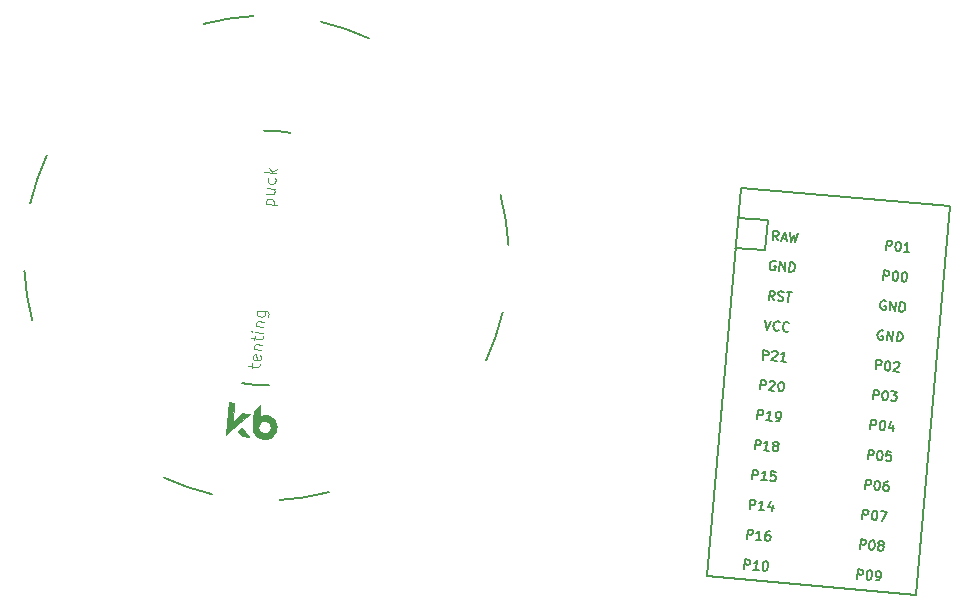
<source format=gbr>
%TF.GenerationSoftware,KiCad,Pcbnew,(5.1.10)-1*%
%TF.CreationDate,2021-08-06T22:16:46+02:00*%
%TF.ProjectId,architeuthis_dux,61726368-6974-4657-9574-6869735f6475,VERSION_HERE*%
%TF.SameCoordinates,Original*%
%TF.FileFunction,Legend,Top*%
%TF.FilePolarity,Positive*%
%FSLAX46Y46*%
G04 Gerber Fmt 4.6, Leading zero omitted, Abs format (unit mm)*
G04 Created by KiCad (PCBNEW (5.1.10)-1) date 2021-08-06 22:16:46*
%MOMM*%
%LPD*%
G01*
G04 APERTURE LIST*
%ADD10C,0.010000*%
%ADD11C,0.200000*%
%ADD12C,0.150000*%
%ADD13C,0.100000*%
G04 APERTURE END LIST*
D10*
%TO.C,REF\u002A\u002A*%
G36*
X56847616Y24101219D02*
G01*
X56838723Y23997359D01*
X56830778Y23900940D01*
X56823952Y23814319D01*
X56818417Y23739856D01*
X56814346Y23679908D01*
X56811910Y23636833D01*
X56811278Y23612991D01*
X56811832Y23608897D01*
X56824766Y23614103D01*
X56850941Y23628219D01*
X56876483Y23643252D01*
X56996907Y23703708D01*
X57122938Y23741974D01*
X57255237Y23758181D01*
X57394469Y23752462D01*
X57412155Y23750244D01*
X57500878Y23735905D01*
X57576030Y23717347D01*
X57645710Y23691685D01*
X57718016Y23656030D01*
X57784756Y23617427D01*
X57905640Y23531271D01*
X58010114Y23429799D01*
X58097315Y23314772D01*
X58166382Y23187945D01*
X58216453Y23051075D01*
X58246669Y22905920D01*
X58256166Y22754237D01*
X58251898Y22664597D01*
X58228357Y22513597D01*
X58184521Y22372315D01*
X58119443Y22238241D01*
X58053087Y22136719D01*
X57957217Y22024354D01*
X57846853Y21928760D01*
X57724261Y21850826D01*
X57591705Y21791439D01*
X57451454Y21751488D01*
X57305769Y21731858D01*
X57156920Y21733438D01*
X57057446Y21746641D01*
X56915557Y21784030D01*
X56779557Y21842381D01*
X56652641Y21919715D01*
X56538008Y22014062D01*
X56438852Y22123447D01*
X56431288Y22133309D01*
X56359541Y22244104D01*
X56300414Y22367910D01*
X56256428Y22498103D01*
X56230101Y22628052D01*
X56225314Y22675098D01*
X56225185Y22703613D01*
X56227213Y22753698D01*
X56230137Y22803969D01*
X56724586Y22760710D01*
X56726616Y22662611D01*
X56748738Y22566297D01*
X56772564Y22509861D01*
X56831549Y22416080D01*
X56904550Y22338546D01*
X56989067Y22278458D01*
X57082597Y22237017D01*
X57182636Y22215421D01*
X57286685Y22214872D01*
X57360916Y22227739D01*
X57405151Y22240017D01*
X57447414Y22253745D01*
X57464197Y22260083D01*
X57512013Y22287022D01*
X57565174Y22328741D01*
X57617882Y22379798D01*
X57664333Y22434752D01*
X57689080Y22471061D01*
X57713040Y22513380D01*
X57729002Y22550739D01*
X57740017Y22592228D01*
X57749139Y22646945D01*
X57749881Y22652190D01*
X57755872Y22759320D01*
X57741635Y22858832D01*
X57706292Y22955704D01*
X57691076Y22985673D01*
X57633569Y23068906D01*
X57560471Y23137709D01*
X57475141Y23190844D01*
X57380941Y23227070D01*
X57281233Y23245149D01*
X57179379Y23243839D01*
X57078738Y23221902D01*
X57064241Y23216860D01*
X56972009Y23171778D01*
X56892355Y23110272D01*
X56826534Y23035378D01*
X56775798Y22950129D01*
X56741397Y22857561D01*
X56724586Y22760710D01*
X56230137Y22803969D01*
X56231298Y22823947D01*
X56237339Y22912948D01*
X56245235Y23019293D01*
X56254885Y23141574D01*
X56266188Y23278381D01*
X56279042Y23428305D01*
X56280062Y23439997D01*
X56340263Y24129086D01*
X56890486Y24592922D01*
X56847616Y24101219D01*
G37*
X56847616Y24101219D02*
X56838723Y23997359D01*
X56830778Y23900940D01*
X56823952Y23814319D01*
X56818417Y23739856D01*
X56814346Y23679908D01*
X56811910Y23636833D01*
X56811278Y23612991D01*
X56811832Y23608897D01*
X56824766Y23614103D01*
X56850941Y23628219D01*
X56876483Y23643252D01*
X56996907Y23703708D01*
X57122938Y23741974D01*
X57255237Y23758181D01*
X57394469Y23752462D01*
X57412155Y23750244D01*
X57500878Y23735905D01*
X57576030Y23717347D01*
X57645710Y23691685D01*
X57718016Y23656030D01*
X57784756Y23617427D01*
X57905640Y23531271D01*
X58010114Y23429799D01*
X58097315Y23314772D01*
X58166382Y23187945D01*
X58216453Y23051075D01*
X58246669Y22905920D01*
X58256166Y22754237D01*
X58251898Y22664597D01*
X58228357Y22513597D01*
X58184521Y22372315D01*
X58119443Y22238241D01*
X58053087Y22136719D01*
X57957217Y22024354D01*
X57846853Y21928760D01*
X57724261Y21850826D01*
X57591705Y21791439D01*
X57451454Y21751488D01*
X57305769Y21731858D01*
X57156920Y21733438D01*
X57057446Y21746641D01*
X56915557Y21784030D01*
X56779557Y21842381D01*
X56652641Y21919715D01*
X56538008Y22014062D01*
X56438852Y22123447D01*
X56431288Y22133309D01*
X56359541Y22244104D01*
X56300414Y22367910D01*
X56256428Y22498103D01*
X56230101Y22628052D01*
X56225314Y22675098D01*
X56225185Y22703613D01*
X56227213Y22753698D01*
X56230137Y22803969D01*
X56724586Y22760710D01*
X56726616Y22662611D01*
X56748738Y22566297D01*
X56772564Y22509861D01*
X56831549Y22416080D01*
X56904550Y22338546D01*
X56989067Y22278458D01*
X57082597Y22237017D01*
X57182636Y22215421D01*
X57286685Y22214872D01*
X57360916Y22227739D01*
X57405151Y22240017D01*
X57447414Y22253745D01*
X57464197Y22260083D01*
X57512013Y22287022D01*
X57565174Y22328741D01*
X57617882Y22379798D01*
X57664333Y22434752D01*
X57689080Y22471061D01*
X57713040Y22513380D01*
X57729002Y22550739D01*
X57740017Y22592228D01*
X57749139Y22646945D01*
X57749881Y22652190D01*
X57755872Y22759320D01*
X57741635Y22858832D01*
X57706292Y22955704D01*
X57691076Y22985673D01*
X57633569Y23068906D01*
X57560471Y23137709D01*
X57475141Y23190844D01*
X57380941Y23227070D01*
X57281233Y23245149D01*
X57179379Y23243839D01*
X57078738Y23221902D01*
X57064241Y23216860D01*
X56972009Y23171778D01*
X56892355Y23110272D01*
X56826534Y23035378D01*
X56775798Y22950129D01*
X56741397Y22857561D01*
X56724586Y22760710D01*
X56230137Y22803969D01*
X56231298Y22823947D01*
X56237339Y22912948D01*
X56245235Y23019293D01*
X56254885Y23141574D01*
X56266188Y23278381D01*
X56279042Y23428305D01*
X56280062Y23439997D01*
X56340263Y24129086D01*
X56890486Y24592922D01*
X56847616Y24101219D01*
G36*
X55320398Y22688200D02*
G01*
X55341022Y22663446D01*
X55372273Y22625045D01*
X55412357Y22575270D01*
X55459471Y22516393D01*
X55511823Y22450687D01*
X55567610Y22380422D01*
X55625039Y22307871D01*
X55682307Y22235305D01*
X55737620Y22164998D01*
X55789179Y22099219D01*
X55835186Y22040242D01*
X55873843Y21990338D01*
X55903353Y21951779D01*
X55921918Y21926837D01*
X55923968Y21923957D01*
X55949230Y21887983D01*
X55331575Y21942021D01*
X55174230Y22132528D01*
X55125464Y22191747D01*
X55079862Y22247446D01*
X55040150Y22296273D01*
X55009050Y22334877D01*
X54989288Y22359903D01*
X54986428Y22363659D01*
X54955970Y22404283D01*
X55130455Y22550978D01*
X55184289Y22595912D01*
X55232120Y22635218D01*
X55271155Y22666648D01*
X55298599Y22687957D01*
X55311657Y22696901D01*
X55312202Y22697037D01*
X55320398Y22688200D01*
G37*
X55320398Y22688200D02*
X55341022Y22663446D01*
X55372273Y22625045D01*
X55412357Y22575270D01*
X55459471Y22516393D01*
X55511823Y22450687D01*
X55567610Y22380422D01*
X55625039Y22307871D01*
X55682307Y22235305D01*
X55737620Y22164998D01*
X55789179Y22099219D01*
X55835186Y22040242D01*
X55873843Y21990338D01*
X55903353Y21951779D01*
X55921918Y21926837D01*
X55923968Y21923957D01*
X55949230Y21887983D01*
X55331575Y21942021D01*
X55174230Y22132528D01*
X55125464Y22191747D01*
X55079862Y22247446D01*
X55040150Y22296273D01*
X55009050Y22334877D01*
X54989288Y22359903D01*
X54986428Y22363659D01*
X54955970Y22404283D01*
X55130455Y22550978D01*
X55184289Y22595912D01*
X55232120Y22635218D01*
X55271155Y22666648D01*
X55298599Y22687957D01*
X55311657Y22696901D01*
X55312202Y22697037D01*
X55320398Y22688200D01*
G36*
X54552120Y23163500D02*
G01*
X55421970Y23893164D01*
X55708971Y23864949D01*
X55995972Y23836735D01*
X55077006Y23053711D01*
X54949096Y22944722D01*
X54824575Y22838621D01*
X54704768Y22736535D01*
X54590994Y22639589D01*
X54484573Y22548908D01*
X54386827Y22465617D01*
X54299077Y22390844D01*
X54222643Y22325713D01*
X54158846Y22271348D01*
X54109008Y22228876D01*
X54074448Y22199423D01*
X54059500Y22186681D01*
X53960959Y22102674D01*
X54199929Y24834110D01*
X54694494Y24790842D01*
X54552120Y23163500D01*
G37*
X54552120Y23163500D02*
X55421970Y23893164D01*
X55708971Y23864949D01*
X55995972Y23836735D01*
X55077006Y23053711D01*
X54949096Y22944722D01*
X54824575Y22838621D01*
X54704768Y22736535D01*
X54590994Y22639589D01*
X54484573Y22548908D01*
X54386827Y22465617D01*
X54299077Y22390844D01*
X54222643Y22325713D01*
X54158846Y22271348D01*
X54109008Y22228876D01*
X54074448Y22199423D01*
X54059500Y22186681D01*
X53960959Y22102674D01*
X54199929Y24834110D01*
X54694494Y24790842D01*
X54552120Y23163500D01*
D11*
X59459783Y47646665D02*
G75*
G03*
X58340846Y47803922I-2059783J-10596665D01*
G01*
X57211601Y47843356D02*
G75*
G02*
X58340846Y47803922I188399J-10793356D01*
G01*
X57588399Y26256644D02*
G75*
G02*
X56459154Y26296078I-188399J10793356D01*
G01*
X55340217Y26453335D02*
G75*
G03*
X56459154Y26296078I2059783J10596665D01*
G01*
X38798046Y45712278D02*
G75*
G03*
X37406371Y41667631I18601954J-8662278D01*
G01*
X37576463Y31749517D02*
G75*
G02*
X36908276Y35974378I19823537J5300483D01*
G01*
X76001954Y28387724D02*
G75*
G03*
X77393629Y32432369I-18601954J8662276D01*
G01*
X77223538Y42350480D02*
G75*
G02*
X77891724Y38125622I-19823538J-5300480D01*
G01*
X48737724Y18448046D02*
G75*
G03*
X52782369Y17056371I8662276J18601954D01*
G01*
X62700483Y17226463D02*
G75*
G02*
X58475622Y16558276I-5300483J19823537D01*
G01*
X52099517Y56873537D02*
G75*
G02*
X56324378Y57541724I5300483J-19823537D01*
G01*
X66062277Y55651954D02*
G75*
G03*
X62017631Y57043629I-8662277J-18601954D01*
G01*
D12*
%TO.C,C1*%
X99642577Y37713364D02*
X97112242Y37934739D01*
X99863952Y40243698D02*
X97333618Y40465074D01*
X99863952Y40243698D02*
X99642577Y37713364D01*
X115267335Y41445779D02*
X97554993Y42995408D01*
X112389452Y8551430D02*
X115267335Y41445779D01*
X94677111Y10101059D02*
X112389452Y8551430D01*
X97554993Y42995408D02*
X94677111Y10101059D01*
%TO.C,REF\u002A\u002A*%
D13*
X57328530Y41606066D02*
X58324724Y41518910D01*
X57375967Y41601915D02*
X57336830Y41700941D01*
X57353431Y41890693D01*
X57409170Y41981418D01*
X57460758Y42024706D01*
X57559784Y42063843D01*
X57844411Y42038941D01*
X57935136Y41983203D01*
X57978424Y41931615D01*
X58017561Y41832589D01*
X58000960Y41642838D01*
X57945222Y41552112D01*
X57444737Y42934325D02*
X58108867Y42876221D01*
X57407385Y42507385D02*
X57929201Y42461732D01*
X58028227Y42500869D01*
X58083965Y42591594D01*
X58096416Y42733908D01*
X58057279Y42832934D01*
X58013991Y42884522D01*
X58140284Y43781691D02*
X58179422Y43682665D01*
X58162821Y43492913D01*
X58107082Y43402188D01*
X58055494Y43358900D01*
X57956468Y43319763D01*
X57671841Y43344665D01*
X57581116Y43400403D01*
X57537828Y43451991D01*
X57498691Y43551017D01*
X57515292Y43740769D01*
X57571030Y43831494D01*
X58225075Y44204481D02*
X57228880Y44291637D01*
X57853873Y44332559D02*
X58258277Y44583984D01*
X57594147Y44642088D02*
X57940448Y44229383D01*
X56181151Y27762889D02*
X56214353Y28142392D01*
X55861537Y27934254D02*
X56715418Y27859550D01*
X56814444Y27898687D01*
X56870182Y27989412D01*
X56878483Y28084288D01*
X56893299Y28800006D02*
X56932436Y28700980D01*
X56915835Y28511228D01*
X56860097Y28420503D01*
X56761071Y28381366D01*
X56381568Y28414568D01*
X56290843Y28470306D01*
X56251705Y28569332D01*
X56268307Y28759084D01*
X56324045Y28849809D01*
X56423071Y28888946D01*
X56517947Y28880646D01*
X56571320Y28397967D01*
X56318110Y29328338D02*
X56982240Y29270234D01*
X56412986Y29320037D02*
X56369698Y29371625D01*
X56330561Y29470651D01*
X56343012Y29612965D01*
X56398750Y29703690D01*
X56497776Y29742828D01*
X57019592Y29697175D01*
X56384514Y30087343D02*
X56417716Y30466846D01*
X56064900Y30258709D02*
X56918781Y30184004D01*
X57017807Y30223141D01*
X57073546Y30313867D01*
X57081846Y30408742D01*
X57110898Y30740807D02*
X56446768Y30798911D01*
X56114703Y30827963D02*
X56157991Y30776375D01*
X56209579Y30819662D01*
X56166292Y30871250D01*
X56114703Y30827963D01*
X56209579Y30819662D01*
X56488271Y31273289D02*
X57152401Y31215186D01*
X56583147Y31264989D02*
X56539859Y31316577D01*
X56500722Y31415603D01*
X56513173Y31557916D01*
X56568911Y31648642D01*
X56667937Y31687779D01*
X57189753Y31642126D01*
X56604479Y32601549D02*
X57410922Y32530994D01*
X57501647Y32475256D01*
X57544935Y32423668D01*
X57584072Y32324642D01*
X57571622Y32182328D01*
X57515883Y32091603D01*
X57221171Y32547595D02*
X57260308Y32448569D01*
X57243707Y32258818D01*
X57187969Y32168093D01*
X57136380Y32124805D01*
X57037354Y32085668D01*
X56752727Y32110569D01*
X56662002Y32166308D01*
X56618714Y32217896D01*
X56579577Y32316922D01*
X56596178Y32506673D01*
X56651917Y32597399D01*
%TO.C,C1*%
D12*
X100715544Y38531054D02*
X100483095Y38933798D01*
X100260141Y38570897D02*
X100329866Y39367852D01*
X100633468Y39341291D01*
X100706048Y39296700D01*
X100740678Y39255429D01*
X100771988Y39176209D01*
X100762028Y39062358D01*
X100717437Y38989778D01*
X100676166Y38955148D01*
X100596946Y38923838D01*
X100293343Y38950399D01*
X101039068Y38732194D02*
X101418571Y38698992D01*
X100943246Y38511133D02*
X101278623Y39284847D01*
X101474550Y38464650D01*
X101734026Y39245004D02*
X101854053Y38431448D01*
X102055657Y38987421D01*
X102157655Y38404886D01*
X102417131Y39185240D01*
X100503648Y36764706D02*
X100431068Y36809297D01*
X100317217Y36819257D01*
X100200046Y36791268D01*
X100117505Y36722008D01*
X100072915Y36649427D01*
X100021683Y36500946D01*
X100011723Y36387095D01*
X100036392Y36231974D01*
X100067702Y36152753D01*
X100136962Y36070212D01*
X100247493Y36022301D01*
X100323393Y36015661D01*
X100440564Y36043651D01*
X100481835Y36078281D01*
X100505076Y36343933D01*
X100353275Y36357214D01*
X100816747Y35972498D02*
X100886471Y36769454D01*
X101272150Y35932656D01*
X101341875Y36729611D01*
X101651653Y35899453D02*
X101721377Y36696409D01*
X101911129Y36679808D01*
X102021659Y36631897D01*
X102090919Y36549356D01*
X102122229Y36470135D01*
X102146899Y36315014D01*
X102136938Y36201163D01*
X102085707Y36052682D01*
X102041116Y35980102D01*
X101958575Y35910842D01*
X101841404Y35882852D01*
X101651653Y35899453D01*
X100386644Y33460424D02*
X100154195Y33863169D01*
X99931241Y33500267D02*
X100000966Y34297223D01*
X100304568Y34270661D01*
X100377148Y34226070D01*
X100411778Y34184800D01*
X100443088Y34105579D01*
X100433127Y33991728D01*
X100388537Y33919148D01*
X100347266Y33884518D01*
X100268045Y33853208D01*
X99964443Y33879770D01*
X100693567Y33471813D02*
X100804097Y33423902D01*
X100993849Y33407301D01*
X101073069Y33438611D01*
X101114340Y33473241D01*
X101158931Y33545821D01*
X101165571Y33621722D01*
X101134261Y33700942D01*
X101099631Y33742213D01*
X101027051Y33786804D01*
X100878570Y33838035D01*
X100805990Y33882626D01*
X100771360Y33923896D01*
X100740050Y34003117D01*
X100746690Y34079017D01*
X100791281Y34151598D01*
X100832551Y34186228D01*
X100911772Y34217538D01*
X101101524Y34200936D01*
X101212054Y34153026D01*
X101443076Y34171054D02*
X101898479Y34131212D01*
X101601053Y33354177D02*
X101670778Y34151133D01*
X99608813Y31781830D02*
X99804741Y30961632D01*
X100140117Y31735347D01*
X100798088Y30951207D02*
X100756818Y30916577D01*
X100639647Y30888588D01*
X100563746Y30895228D01*
X100453216Y30943139D01*
X100383955Y31025680D01*
X100352646Y31104901D01*
X100327976Y31260022D01*
X100337937Y31373873D01*
X100389168Y31522354D01*
X100433759Y31594934D01*
X100516300Y31664194D01*
X100633471Y31692184D01*
X100709371Y31685543D01*
X100819902Y31637633D01*
X100854532Y31596362D01*
X101595044Y30881483D02*
X101553773Y30846853D01*
X101436602Y30818863D01*
X101360702Y30825504D01*
X101250171Y30873414D01*
X101180911Y30955955D01*
X101149601Y31035176D01*
X101124932Y31190298D01*
X101134893Y31304148D01*
X101186124Y31452629D01*
X101230714Y31525210D01*
X101313255Y31594470D01*
X101430427Y31622459D01*
X101506327Y31615819D01*
X101616858Y31567908D01*
X101651488Y31526637D01*
X99412589Y28446238D02*
X99482314Y29243194D01*
X99785916Y29216632D01*
X99858497Y29172042D01*
X99893127Y29130771D01*
X99924436Y29051551D01*
X99914476Y28937700D01*
X99869885Y28865119D01*
X99828615Y28830489D01*
X99749394Y28799179D01*
X99445792Y28825741D01*
X100234679Y29100889D02*
X100275950Y29135519D01*
X100355170Y29166829D01*
X100544922Y29150228D01*
X100617502Y29105637D01*
X100652132Y29064367D01*
X100683442Y28985146D01*
X100676801Y28909246D01*
X100628891Y28798715D01*
X100133645Y28383154D01*
X100626998Y28339991D01*
X101386004Y28273587D02*
X100930600Y28313430D01*
X101158302Y28293508D02*
X101228027Y29090464D01*
X101142165Y28983254D01*
X101059624Y28913994D01*
X100980404Y28882684D01*
X99191213Y25915904D02*
X99260938Y26712860D01*
X99564540Y26686298D01*
X99637121Y26641708D01*
X99671751Y26600437D01*
X99703060Y26521217D01*
X99693100Y26407366D01*
X99648509Y26334785D01*
X99607239Y26300155D01*
X99528018Y26268845D01*
X99224416Y26295407D01*
X100013303Y26570555D02*
X100054574Y26605185D01*
X100133794Y26636495D01*
X100323546Y26619894D01*
X100396126Y26575303D01*
X100430756Y26534033D01*
X100462066Y26454812D01*
X100455425Y26378912D01*
X100407515Y26268381D01*
X99912269Y25852820D01*
X100405622Y25809657D01*
X100968700Y26563450D02*
X101044601Y26556810D01*
X101117181Y26512219D01*
X101151811Y26470949D01*
X101183121Y26391728D01*
X101207791Y26236607D01*
X101191189Y26046855D01*
X101139958Y25898374D01*
X101095368Y25825794D01*
X101054097Y25791164D01*
X100974876Y25759854D01*
X100898976Y25766495D01*
X100826395Y25811085D01*
X100791765Y25852356D01*
X100760456Y25931577D01*
X100735786Y26086698D01*
X100752387Y26276449D01*
X100803618Y26424930D01*
X100848209Y26497510D01*
X100889480Y26532141D01*
X100968700Y26563450D01*
X98969838Y23385569D02*
X99039563Y24182525D01*
X99343165Y24155963D01*
X99415746Y24111373D01*
X99450376Y24070102D01*
X99481685Y23990882D01*
X99471725Y23877031D01*
X99427134Y23804450D01*
X99385864Y23769820D01*
X99306643Y23738510D01*
X99003041Y23765072D01*
X100184247Y23279322D02*
X99728844Y23319165D01*
X99956546Y23299244D02*
X100026270Y24096200D01*
X99940409Y23988989D01*
X99857868Y23919729D01*
X99778647Y23888419D01*
X100563750Y23246120D02*
X100715551Y23232839D01*
X100794772Y23264149D01*
X100836042Y23298779D01*
X100921904Y23405990D01*
X100973135Y23554471D01*
X100999696Y23858073D01*
X100968387Y23937294D01*
X100933757Y23978564D01*
X100861176Y24023155D01*
X100709375Y24036436D01*
X100630154Y24005126D01*
X100588884Y23970496D01*
X100544293Y23897915D01*
X100527692Y23708164D01*
X100559002Y23628943D01*
X100593632Y23587673D01*
X100666212Y23543082D01*
X100818013Y23529801D01*
X100897234Y23561111D01*
X100938505Y23595741D01*
X100983095Y23668321D01*
X98748462Y20855235D02*
X98818187Y21652191D01*
X99121789Y21625629D01*
X99194370Y21581039D01*
X99229000Y21539768D01*
X99260309Y21460548D01*
X99250349Y21346697D01*
X99205758Y21274116D01*
X99164488Y21239486D01*
X99085267Y21208176D01*
X98781665Y21234738D01*
X99962871Y20748988D02*
X99507468Y20788831D01*
X99735170Y20768910D02*
X99804894Y21565866D01*
X99719033Y21458655D01*
X99636492Y21389395D01*
X99557271Y21358085D01*
X100458117Y21164549D02*
X100385537Y21209140D01*
X100350907Y21250410D01*
X100319597Y21329631D01*
X100322917Y21367581D01*
X100367508Y21440162D01*
X100408778Y21474792D01*
X100487999Y21506102D01*
X100639800Y21492821D01*
X100712381Y21448230D01*
X100747011Y21406960D01*
X100778320Y21327739D01*
X100775000Y21289788D01*
X100730409Y21217208D01*
X100689139Y21182578D01*
X100609918Y21151268D01*
X100458117Y21164549D01*
X100378896Y21133239D01*
X100337626Y21098609D01*
X100293035Y21026029D01*
X100279754Y20874228D01*
X100311064Y20795007D01*
X100345694Y20753737D01*
X100418274Y20709146D01*
X100570076Y20695865D01*
X100649296Y20727175D01*
X100690567Y20761805D01*
X100735158Y20834385D01*
X100748438Y20986186D01*
X100717129Y21065407D01*
X100682499Y21106678D01*
X100609918Y21151268D01*
X98527086Y18324900D02*
X98596811Y19121856D01*
X98900413Y19095294D01*
X98972994Y19050704D01*
X99007624Y19009433D01*
X99038933Y18930213D01*
X99028973Y18816362D01*
X98984382Y18743781D01*
X98943112Y18709151D01*
X98863891Y18677841D01*
X98560289Y18704403D01*
X99741495Y18218653D02*
X99286092Y18258496D01*
X99513794Y18238575D02*
X99583518Y19035531D01*
X99497657Y18928320D01*
X99415116Y18859060D01*
X99335895Y18827750D01*
X100532275Y18952525D02*
X100152772Y18985727D01*
X100081620Y18609545D01*
X100122890Y18644175D01*
X100202111Y18675485D01*
X100391862Y18658884D01*
X100464443Y18614293D01*
X100499073Y18573022D01*
X100530383Y18493802D01*
X100513782Y18304050D01*
X100469191Y18231470D01*
X100427920Y18196840D01*
X100348700Y18165530D01*
X100158948Y18182131D01*
X100086368Y18226722D01*
X100051738Y18267992D01*
X98305711Y15794566D02*
X98375436Y16591522D01*
X98679038Y16564960D01*
X98751619Y16520370D01*
X98786249Y16479099D01*
X98817558Y16399879D01*
X98807598Y16286028D01*
X98763007Y16213447D01*
X98721737Y16178817D01*
X98642516Y16147507D01*
X98338914Y16174069D01*
X99520120Y15688319D02*
X99064717Y15728162D01*
X99292419Y15708241D02*
X99362143Y16505197D01*
X99276282Y16397986D01*
X99193741Y16328726D01*
X99114520Y16297416D01*
X100249708Y16159859D02*
X100203225Y15628556D01*
X100086519Y16480063D02*
X99846964Y15927410D01*
X100340317Y15884247D01*
X98084335Y13264231D02*
X98154060Y14061187D01*
X98457662Y14034625D01*
X98530243Y13990035D01*
X98564873Y13948764D01*
X98596182Y13869544D01*
X98586222Y13755693D01*
X98541631Y13683112D01*
X98500361Y13648482D01*
X98421140Y13617172D01*
X98117538Y13643734D01*
X99298744Y13157984D02*
X98843341Y13197827D01*
X99071043Y13177906D02*
X99140767Y13974862D01*
X99054906Y13867651D01*
X98972365Y13798391D01*
X98893144Y13767081D01*
X100051574Y13895176D02*
X99899773Y13908457D01*
X99820552Y13877147D01*
X99779281Y13842517D01*
X99693420Y13735307D01*
X99642189Y13586826D01*
X99615627Y13283224D01*
X99646937Y13204003D01*
X99681567Y13162733D01*
X99754147Y13118142D01*
X99905949Y13104861D01*
X99985169Y13136171D01*
X100026440Y13170801D01*
X100071031Y13243381D01*
X100087632Y13433133D01*
X100056322Y13512353D01*
X100021692Y13553624D01*
X99949111Y13598215D01*
X99797310Y13611495D01*
X99718090Y13580186D01*
X99676819Y13545556D01*
X99632228Y13472975D01*
X97862960Y10733897D02*
X97932685Y11530853D01*
X98236287Y11504291D01*
X98308868Y11459701D01*
X98343498Y11418430D01*
X98374807Y11339210D01*
X98364847Y11225359D01*
X98320256Y11152778D01*
X98278986Y11118148D01*
X98199765Y11086838D01*
X97896163Y11113400D01*
X99077369Y10627650D02*
X98621966Y10667493D01*
X98849668Y10647572D02*
X98919392Y11444528D01*
X98833531Y11337317D01*
X98750990Y11268057D01*
X98671769Y11236747D01*
X99640447Y11381443D02*
X99716348Y11374803D01*
X99788928Y11330212D01*
X99823558Y11288942D01*
X99854868Y11209721D01*
X99879538Y11054600D01*
X99862936Y10864848D01*
X99811705Y10716367D01*
X99767115Y10643787D01*
X99725844Y10609157D01*
X99646623Y10577847D01*
X99570723Y10584488D01*
X99498142Y10629078D01*
X99463512Y10670349D01*
X99432203Y10749570D01*
X99407533Y10904691D01*
X99424134Y11094442D01*
X99475365Y11242923D01*
X99519956Y11315503D01*
X99561227Y11350134D01*
X99640447Y11381443D01*
X109861560Y37730881D02*
X109931285Y38527837D01*
X110234887Y38501275D01*
X110307468Y38456685D01*
X110342098Y38415414D01*
X110373407Y38336194D01*
X110363447Y38222343D01*
X110318856Y38149762D01*
X110277586Y38115132D01*
X110198365Y38083822D01*
X109894763Y38110384D01*
X110880042Y38444832D02*
X110955942Y38438191D01*
X111028523Y38393601D01*
X111063153Y38352330D01*
X111094463Y38273109D01*
X111119132Y38117988D01*
X111102531Y37928237D01*
X111051300Y37779756D01*
X111006709Y37707175D01*
X110965439Y37672545D01*
X110886218Y37641236D01*
X110810317Y37647876D01*
X110737737Y37692467D01*
X110703107Y37733737D01*
X110671797Y37812958D01*
X110647128Y37968079D01*
X110663729Y38157831D01*
X110714960Y38306312D01*
X110759551Y38378892D01*
X110800821Y38413522D01*
X110880042Y38444832D01*
X111834975Y37558230D02*
X111379571Y37598073D01*
X111607273Y37578151D02*
X111676998Y38375107D01*
X111591136Y38267897D01*
X111508595Y38198637D01*
X111429375Y38167327D01*
X109640185Y35200547D02*
X109709910Y35997503D01*
X110013512Y35970941D01*
X110086093Y35926351D01*
X110120723Y35885080D01*
X110152032Y35805860D01*
X110142072Y35692009D01*
X110097481Y35619428D01*
X110056211Y35584798D01*
X109976990Y35553488D01*
X109673388Y35580050D01*
X110658667Y35914498D02*
X110734567Y35907857D01*
X110807148Y35863267D01*
X110841778Y35821996D01*
X110873088Y35742775D01*
X110897757Y35587654D01*
X110881156Y35397903D01*
X110829925Y35249422D01*
X110785334Y35176841D01*
X110744064Y35142211D01*
X110664843Y35110902D01*
X110588942Y35117542D01*
X110516362Y35162133D01*
X110481732Y35203403D01*
X110450422Y35282624D01*
X110425753Y35437745D01*
X110442354Y35627497D01*
X110493585Y35775978D01*
X110538176Y35848558D01*
X110579446Y35883188D01*
X110658667Y35914498D01*
X111417672Y35848093D02*
X111493573Y35841453D01*
X111566153Y35796862D01*
X111600783Y35755592D01*
X111632093Y35676371D01*
X111656763Y35521250D01*
X111640161Y35331498D01*
X111588930Y35183017D01*
X111544340Y35110437D01*
X111503069Y35075807D01*
X111423848Y35044497D01*
X111347948Y35051138D01*
X111275367Y35095728D01*
X111240737Y35136999D01*
X111209428Y35216220D01*
X111184758Y35371341D01*
X111201359Y35561092D01*
X111252590Y35709573D01*
X111297181Y35782153D01*
X111338452Y35816784D01*
X111417672Y35848093D01*
X109845741Y33397676D02*
X109773161Y33442267D01*
X109659310Y33452227D01*
X109542139Y33424238D01*
X109459598Y33354978D01*
X109415008Y33282397D01*
X109363776Y33133916D01*
X109353816Y33020065D01*
X109378485Y32864944D01*
X109409795Y32785723D01*
X109479055Y32703182D01*
X109589586Y32655271D01*
X109665486Y32648631D01*
X109782657Y32676621D01*
X109823928Y32711251D01*
X109847169Y32976903D01*
X109695368Y32990184D01*
X110158840Y32605468D02*
X110228564Y33402424D01*
X110614243Y32565626D01*
X110683968Y33362581D01*
X110993746Y32532423D02*
X111063470Y33329379D01*
X111253222Y33312778D01*
X111363752Y33264867D01*
X111433012Y33182326D01*
X111464322Y33103105D01*
X111488992Y32947984D01*
X111479031Y32834133D01*
X111427800Y32685652D01*
X111383209Y32613072D01*
X111300668Y32543812D01*
X111183497Y32515822D01*
X110993746Y32532423D01*
X109624366Y30867342D02*
X109551786Y30911933D01*
X109437935Y30921893D01*
X109320764Y30893904D01*
X109238223Y30824644D01*
X109193633Y30752063D01*
X109142401Y30603582D01*
X109132441Y30489731D01*
X109157110Y30334610D01*
X109188420Y30255389D01*
X109257680Y30172848D01*
X109368211Y30124937D01*
X109444111Y30118297D01*
X109561282Y30146287D01*
X109602553Y30180917D01*
X109625794Y30446569D01*
X109473993Y30459850D01*
X109937465Y30075134D02*
X110007189Y30872090D01*
X110392868Y30035292D01*
X110462593Y30832247D01*
X110772371Y30002089D02*
X110842095Y30799045D01*
X111031847Y30782444D01*
X111142377Y30734533D01*
X111211637Y30651992D01*
X111242947Y30572771D01*
X111267617Y30417650D01*
X111257656Y30303799D01*
X111206425Y30155318D01*
X111161834Y30082738D01*
X111079293Y30013478D01*
X110962122Y29985488D01*
X110772371Y30002089D01*
X108976058Y27609543D02*
X109045783Y28406499D01*
X109349385Y28379937D01*
X109421966Y28335347D01*
X109456596Y28294076D01*
X109487905Y28214856D01*
X109477945Y28101005D01*
X109433354Y28028424D01*
X109392084Y27993794D01*
X109312863Y27962484D01*
X109009261Y27989046D01*
X109994540Y28323494D02*
X110070440Y28316853D01*
X110143021Y28272263D01*
X110177651Y28230992D01*
X110208961Y28151771D01*
X110233630Y27996650D01*
X110217029Y27806899D01*
X110165798Y27658418D01*
X110121207Y27585837D01*
X110079937Y27551207D01*
X110000716Y27519898D01*
X109924815Y27526538D01*
X109852235Y27571129D01*
X109817605Y27612399D01*
X109786295Y27691620D01*
X109761626Y27846741D01*
X109778227Y28036493D01*
X109829458Y28184974D01*
X109874049Y28257554D01*
X109915319Y28292184D01*
X109994540Y28323494D01*
X110557154Y28197790D02*
X110598424Y28232420D01*
X110677645Y28263730D01*
X110867396Y28247129D01*
X110939977Y28202538D01*
X110974607Y28161268D01*
X111005916Y28082047D01*
X110999276Y28006146D01*
X110951365Y27895616D01*
X110456119Y27480055D01*
X110949473Y27436892D01*
X108754682Y25079209D02*
X108824407Y25876165D01*
X109128009Y25849603D01*
X109200590Y25805013D01*
X109235220Y25763742D01*
X109266529Y25684522D01*
X109256569Y25570671D01*
X109211978Y25498090D01*
X109170708Y25463460D01*
X109091487Y25432150D01*
X108787885Y25458712D01*
X109773164Y25793160D02*
X109849064Y25786519D01*
X109921645Y25741929D01*
X109956275Y25700658D01*
X109987585Y25621437D01*
X110012254Y25466316D01*
X109995653Y25276565D01*
X109944422Y25128084D01*
X109899831Y25055503D01*
X109858561Y25020873D01*
X109779340Y24989564D01*
X109703439Y24996204D01*
X109630859Y25040795D01*
X109596229Y25082065D01*
X109564919Y25161286D01*
X109540250Y25316407D01*
X109556851Y25506159D01*
X109608082Y25654640D01*
X109652673Y25727220D01*
X109693943Y25761850D01*
X109773164Y25793160D01*
X110304468Y25746677D02*
X110797821Y25703514D01*
X110505608Y25423153D01*
X110619458Y25413193D01*
X110692039Y25368602D01*
X110726669Y25327331D01*
X110757979Y25248111D01*
X110741378Y25058359D01*
X110696787Y24985779D01*
X110655516Y24951149D01*
X110576296Y24919839D01*
X110348594Y24939760D01*
X110276014Y24984351D01*
X110241384Y25025621D01*
X108533307Y22548874D02*
X108603032Y23345830D01*
X108906634Y23319268D01*
X108979215Y23274678D01*
X109013845Y23233407D01*
X109045154Y23154187D01*
X109035194Y23040336D01*
X108990603Y22967755D01*
X108949333Y22933125D01*
X108870112Y22901815D01*
X108566510Y22928377D01*
X109551789Y23262825D02*
X109627689Y23256184D01*
X109700270Y23211594D01*
X109734900Y23170323D01*
X109766210Y23091102D01*
X109790879Y22935981D01*
X109774278Y22746230D01*
X109723047Y22597749D01*
X109678456Y22525168D01*
X109637186Y22490538D01*
X109557965Y22459229D01*
X109482064Y22465869D01*
X109409484Y22510460D01*
X109374854Y22551730D01*
X109343544Y22630951D01*
X109318875Y22786072D01*
X109335476Y22975824D01*
X109386707Y23124305D01*
X109431298Y23196885D01*
X109472568Y23231515D01*
X109551789Y23262825D01*
X110477304Y22914167D02*
X110430821Y22382864D01*
X110314115Y23234371D02*
X110074560Y22681718D01*
X110567913Y22638555D01*
X108311931Y20018540D02*
X108381656Y20815496D01*
X108685258Y20788934D01*
X108757839Y20744344D01*
X108792469Y20703073D01*
X108823778Y20623853D01*
X108813818Y20510002D01*
X108769227Y20437421D01*
X108727957Y20402791D01*
X108648736Y20371481D01*
X108345134Y20398043D01*
X109330413Y20732491D02*
X109406313Y20725850D01*
X109478894Y20681260D01*
X109513524Y20639989D01*
X109544834Y20560768D01*
X109569503Y20405647D01*
X109552902Y20215896D01*
X109501671Y20067415D01*
X109457080Y19994834D01*
X109415810Y19960204D01*
X109336589Y19928895D01*
X109260688Y19935535D01*
X109188108Y19980126D01*
X109153478Y20021396D01*
X109122168Y20100617D01*
X109097499Y20255738D01*
X109114100Y20445490D01*
X109165331Y20593971D01*
X109209922Y20666551D01*
X109251192Y20701181D01*
X109330413Y20732491D01*
X110317120Y20646165D02*
X109937617Y20679367D01*
X109866465Y20303185D01*
X109907735Y20337815D01*
X109986956Y20369125D01*
X110176707Y20352524D01*
X110249288Y20307933D01*
X110283918Y20266662D01*
X110315228Y20187442D01*
X110298627Y19997690D01*
X110254036Y19925110D01*
X110212765Y19890480D01*
X110133545Y19859170D01*
X109943793Y19875771D01*
X109871213Y19920362D01*
X109836583Y19961632D01*
X108090556Y17488205D02*
X108160281Y18285161D01*
X108463883Y18258599D01*
X108536464Y18214009D01*
X108571094Y18172738D01*
X108602403Y18093518D01*
X108592443Y17979667D01*
X108547852Y17907086D01*
X108506582Y17872456D01*
X108427361Y17841146D01*
X108123759Y17867708D01*
X109109038Y18202156D02*
X109184938Y18195515D01*
X109257519Y18150925D01*
X109292149Y18109654D01*
X109323459Y18030433D01*
X109348128Y17875312D01*
X109331527Y17685561D01*
X109280296Y17537080D01*
X109235705Y17464499D01*
X109194435Y17429869D01*
X109115214Y17398560D01*
X109039313Y17405200D01*
X108966733Y17449791D01*
X108932103Y17491061D01*
X108900793Y17570282D01*
X108876124Y17725403D01*
X108892725Y17915155D01*
X108943956Y18063636D01*
X108988547Y18136216D01*
X109029817Y18170846D01*
X109109038Y18202156D01*
X110057795Y18119150D02*
X109905994Y18132431D01*
X109826773Y18101121D01*
X109785502Y18066491D01*
X109699641Y17959281D01*
X109648410Y17810800D01*
X109621848Y17507198D01*
X109653158Y17427977D01*
X109687788Y17386707D01*
X109760368Y17342116D01*
X109912170Y17328835D01*
X109991390Y17360145D01*
X110032661Y17394775D01*
X110077252Y17467355D01*
X110093853Y17657107D01*
X110062543Y17736327D01*
X110027913Y17777598D01*
X109955332Y17822189D01*
X109803531Y17835469D01*
X109724311Y17804160D01*
X109683040Y17769530D01*
X109638449Y17696949D01*
X107869180Y14957871D02*
X107938905Y15754827D01*
X108242507Y15728265D01*
X108315088Y15683675D01*
X108349718Y15642404D01*
X108381027Y15563184D01*
X108371067Y15449333D01*
X108326476Y15376752D01*
X108285206Y15342122D01*
X108205985Y15310812D01*
X107902383Y15337374D01*
X108887662Y15671822D02*
X108963562Y15665181D01*
X109036143Y15620591D01*
X109070773Y15579320D01*
X109102083Y15500099D01*
X109126752Y15344978D01*
X109110151Y15155227D01*
X109058920Y15006746D01*
X109014329Y14934165D01*
X108973059Y14899535D01*
X108893838Y14868226D01*
X108817937Y14874866D01*
X108745357Y14919457D01*
X108710727Y14960727D01*
X108679417Y15039948D01*
X108654748Y15195069D01*
X108671349Y15384821D01*
X108722580Y15533302D01*
X108767171Y15605882D01*
X108808441Y15640512D01*
X108887662Y15671822D01*
X109418966Y15625339D02*
X109950270Y15578856D01*
X109538992Y14811782D01*
X107647804Y12427536D02*
X107717529Y13224492D01*
X108021131Y13197930D01*
X108093712Y13153340D01*
X108128342Y13112069D01*
X108159651Y13032849D01*
X108149691Y12918998D01*
X108105100Y12846417D01*
X108063830Y12811787D01*
X107984609Y12780477D01*
X107681007Y12807039D01*
X108666286Y13141487D02*
X108742186Y13134846D01*
X108814767Y13090256D01*
X108849397Y13048985D01*
X108880707Y12969764D01*
X108905376Y12814643D01*
X108888775Y12624892D01*
X108837544Y12476411D01*
X108792953Y12403830D01*
X108751683Y12369200D01*
X108672462Y12337891D01*
X108596561Y12344531D01*
X108523981Y12389122D01*
X108489351Y12430392D01*
X108458041Y12509613D01*
X108433372Y12664734D01*
X108449973Y12854486D01*
X108501204Y13002967D01*
X108545795Y13075547D01*
X108587065Y13110177D01*
X108666286Y13141487D01*
X109357459Y12736850D02*
X109284879Y12781441D01*
X109250249Y12822711D01*
X109218939Y12901932D01*
X109222259Y12939882D01*
X109266850Y13012463D01*
X109308120Y13047093D01*
X109387341Y13078403D01*
X109539142Y13065122D01*
X109611723Y13020531D01*
X109646353Y12979261D01*
X109677662Y12900040D01*
X109674342Y12862089D01*
X109629751Y12789509D01*
X109588481Y12754879D01*
X109509260Y12723569D01*
X109357459Y12736850D01*
X109278238Y12705540D01*
X109236968Y12670910D01*
X109192377Y12598330D01*
X109179096Y12446529D01*
X109210406Y12367308D01*
X109245036Y12326038D01*
X109317616Y12281447D01*
X109469418Y12268166D01*
X109548638Y12299476D01*
X109589909Y12334106D01*
X109634500Y12406686D01*
X109647780Y12558487D01*
X109616471Y12637708D01*
X109581841Y12678979D01*
X109509260Y12723569D01*
X107426429Y9897202D02*
X107496154Y10694158D01*
X107799756Y10667596D01*
X107872337Y10623006D01*
X107906967Y10581735D01*
X107938276Y10502515D01*
X107928316Y10388664D01*
X107883725Y10316083D01*
X107842455Y10281453D01*
X107763234Y10250143D01*
X107459632Y10276705D01*
X108444911Y10611153D02*
X108520811Y10604512D01*
X108593392Y10559922D01*
X108628022Y10518651D01*
X108659332Y10439430D01*
X108684001Y10284309D01*
X108667400Y10094558D01*
X108616169Y9946077D01*
X108571578Y9873496D01*
X108530308Y9838866D01*
X108451087Y9807557D01*
X108375186Y9814197D01*
X108302606Y9858788D01*
X108267976Y9900058D01*
X108236666Y9979279D01*
X108211997Y10134400D01*
X108228598Y10324152D01*
X108279829Y10472633D01*
X108324420Y10545213D01*
X108365690Y10579843D01*
X108444911Y10611153D01*
X109020341Y9757753D02*
X109172142Y9744472D01*
X109251363Y9775782D01*
X109292633Y9810412D01*
X109378495Y9917623D01*
X109429726Y10066104D01*
X109456287Y10369706D01*
X109424978Y10448927D01*
X109390348Y10490197D01*
X109317767Y10534788D01*
X109165966Y10548069D01*
X109086745Y10516759D01*
X109045475Y10482129D01*
X109000884Y10409548D01*
X108984283Y10219797D01*
X109015593Y10140576D01*
X109050223Y10099306D01*
X109122803Y10054715D01*
X109274604Y10041434D01*
X109353825Y10072744D01*
X109395096Y10107374D01*
X109439686Y10179954D01*
%TD*%
M02*

</source>
